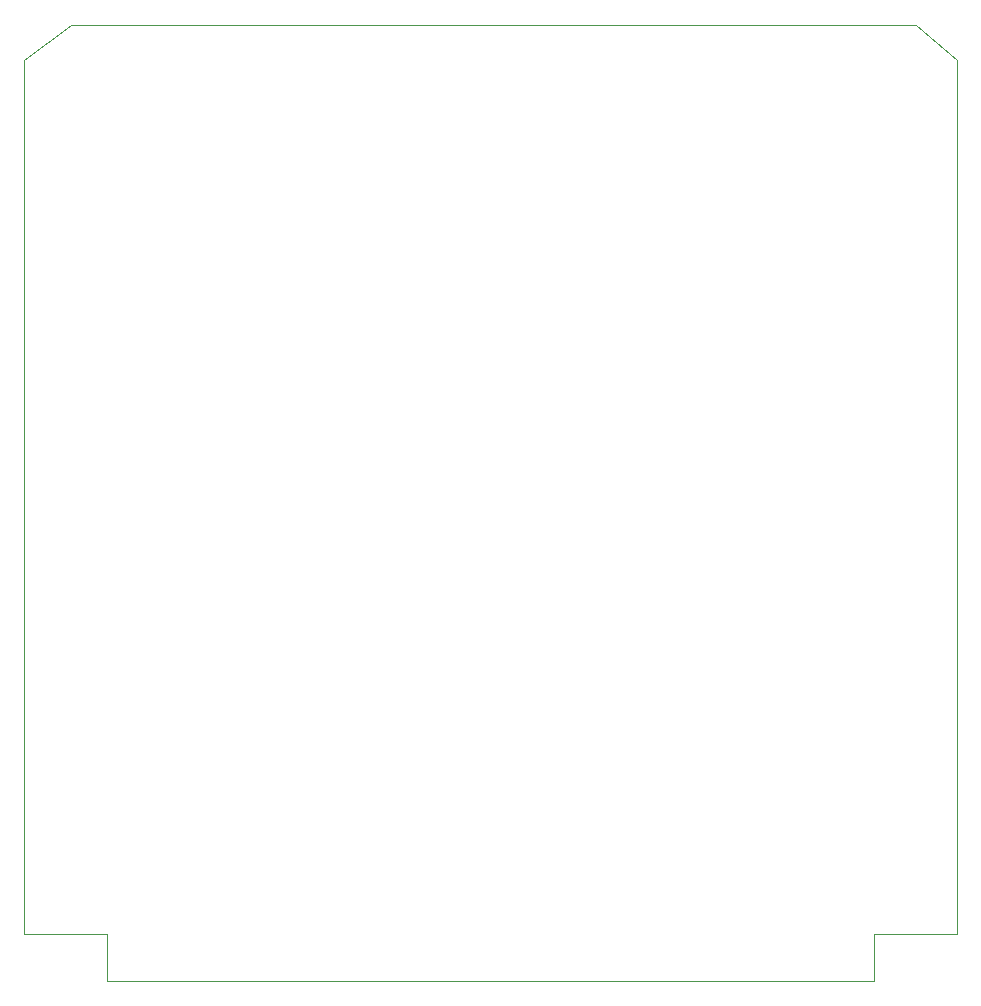
<source format=gm1>
G04 #@! TF.GenerationSoftware,KiCad,Pcbnew,7.0.5*
G04 #@! TF.CreationDate,2023-07-24T06:03:43-06:00*
G04 #@! TF.ProjectId,BIRDS-X-PCB,42495244-532d-4582-9d50-43422e6b6963,rev?*
G04 #@! TF.SameCoordinates,Original*
G04 #@! TF.FileFunction,Profile,NP*
%FSLAX46Y46*%
G04 Gerber Fmt 4.6, Leading zero omitted, Abs format (unit mm)*
G04 Created by KiCad (PCBNEW 7.0.5) date 2023-07-24 06:03:43*
%MOMM*%
%LPD*%
G01*
G04 APERTURE LIST*
G04 #@! TA.AperFunction,Profile*
%ADD10C,0.100000*%
G04 #@! TD*
G04 APERTURE END LIST*
D10*
X122000000Y-131000000D02*
X57000000Y-131000000D01*
X129000000Y-127000000D02*
X122000000Y-127000000D01*
X125500000Y-50000000D02*
X129000000Y-53000000D01*
X50000000Y-53000000D02*
X54000000Y-50000000D01*
X54000000Y-50000000D02*
X125500000Y-50000000D01*
X57000000Y-131000000D02*
X57000000Y-127000000D01*
X57000000Y-127000000D02*
X50000000Y-127000000D01*
X50000000Y-93500000D02*
X50000000Y-53000000D01*
X129000000Y-53000000D02*
X129000000Y-127000000D01*
X50000000Y-127000000D02*
X50000000Y-93500000D01*
X122000000Y-127000000D02*
X122000000Y-131000000D01*
M02*

</source>
